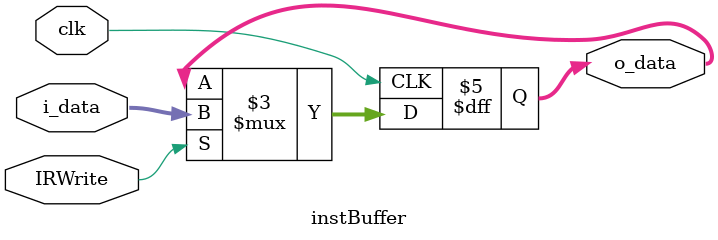
<source format=v>
`timescale 1ns / 1ps

module instBuffer(
    input  wire [31:0] i_data,
    input  wire        clk,
    input  wire        IRWrite,
    output reg  [31:0] o_data);

 
    always @(posedge clk) begin
    if (IRWrite)
        o_data <= i_data;
    else
        o_data <= o_data;
    end

endmodule

</source>
